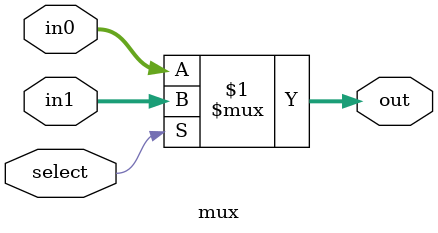
<source format=v>
module mux (
    input [7:0] in0,
    input [7:0] in1,
    input select,
    output [7:0] out
);

    assign out = select ? in1 : in0;

endmodule
</source>
